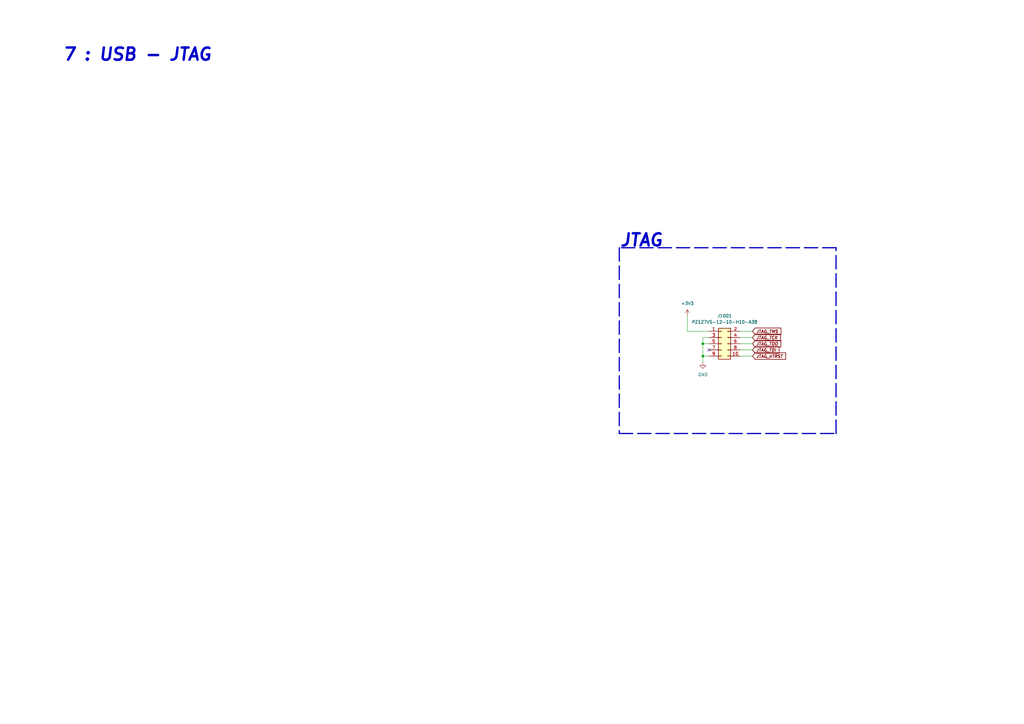
<source format=kicad_sch>
(kicad_sch (version 20211123) (generator eeschema)
  (paper "A3")
  (title_block (title "MIMXRT1064 Audio Board") (date "2023-06-06") (rev "0"))
  (lib_symbols
    (symbol "MY CONNECTOR LIBRARY:PZ127VS-12-10-H10-A38" (pin_names (offset 1.016) hide)
      (property "Reference" "J" (at 0 7.62 0))
      (property "Value" "PZ127VS-12-10-H10-A38" (at 0 -7.62 0))
      (symbol "PZ127VS-12-10-H10-A38_1_1"
        (rectangle (start -2.54 -4.953) (end -1.27 -5.207) (stroke (width 0.1524)))
        (rectangle (start -2.54 -2.413) (end -1.27 -2.667) (stroke (width 0.1524)))
        (rectangle (start -2.54 0.127) (end -1.27 -0.127) (stroke (width 0.1524)))
        (rectangle (start -2.54 2.667) (end -1.27 2.413) (stroke (width 0.1524)))
        (rectangle (start -2.54 5.207) (end -1.27 4.953) (stroke (width 0.1524)))
        (rectangle (start -2.54 6.35) (end 2.54 -6.35) (stroke (width 0.254)) (fill (type background)))
        (rectangle (start 2.54 -4.953) (end 1.27 -5.207) (stroke (width 0.1524)))
        (rectangle (start 2.54 -2.413) (end 1.27 -2.667) (stroke (width 0.1524)))
        (rectangle (start 2.54 0.127) (end 1.27 -0.127) (stroke (width 0.1524)))
        (rectangle (start 2.54 2.667) (end 1.27 2.413) (stroke (width 0.1524)))
        (rectangle (start 2.54 5.207) (end 1.27 4.953) (stroke (width 0.1524)))
        (pin passive line (at -6.35 5.08 0) (length 3.81) (name "Pin_1") (number "1"))
        (pin passive line (at 6.35 -5.08 180) (length 3.81) (name "Pin_10") (number "10"))
        (pin passive line (at 6.35 5.08 180) (length 3.81) (name "Pin_2") (number "2"))
        (pin passive line (at -6.35 2.54 0) (length 3.81) (name "Pin_3") (number "3"))
        (pin passive line (at 6.35 2.54 180) (length 3.81) (name "Pin_4") (number "4"))
        (pin passive line (at -6.35 0 0) (length 3.81) (name "Pin_5") (number "5"))
        (pin passive line (at 6.35 0 180) (length 3.81) (name "Pin_6") (number "6"))
        (pin passive line (at -6.35 -2.54 0) (length 3.81) (name "Pin_7") (number "7"))
        (pin passive line (at 6.35 -2.54 180) (length 3.81) (name "Pin_8") (number "8"))
        (pin passive line (at -6.35 -5.08 0) (length 3.81) (name "Pin_9") (number "9"))
      )
    )
    (symbol "power:+3V3" (power) (pin_names (offset 0))
      (property "Value" "+3V3" (at 0 3.556 0))
      (symbol "+3V3_0_1"
        (polyline (pts (xy -0.762 1.27) (xy 0 2.54)))
        (polyline (pts (xy 0 0) (xy 0 2.54)))
        (polyline (pts (xy 0 2.54) (xy 0.762 1.27)))
      )
      (symbol "+3V3_1_1"
        (pin power_in line (at 0 0 90) (length 0) hide (name "+3V3") (number "1"))
      )
    )
    (symbol "power:GND" (power) (pin_names (offset 0))
      (property "Value" "GND" (at 0 -3.81 0))
      (symbol "GND_0_1"
        (polyline (pts (xy 0 0) (xy 0 -1.27) (xy 1.27 -1.27) (xy 0 -2.54) (xy -1.27 -1.27) (xy 0 -1.27)))
      )
      (symbol "GND_1_1"
        (pin power_in line (at 0 0 270) (length 0) hide (name "GND") (number "1"))
      )
    )
  )
  (junction (at 288.29 140.97))
  (junction (at 288.29 146.05))
  (no_connect (at 290.83 143.51))
  (polyline (pts (xy 254 177.8) (xy 342.9 177.8)) (stroke (width 0.5)))
  (wire (pts (xy 281.94 135.89) (xy 290.83 135.89)))
  (wire (pts (xy 281.94 129.54) (xy 281.94 135.89)))
  (polyline (pts (xy 254 101.6) (xy 254 177.8)) (stroke (width 0.5)))
  (wire (pts (xy 303.53 146.05) (xy 308.61 146.05)))
  (wire (pts (xy 303.53 143.51) (xy 308.61 143.51)))
  (wire (pts (xy 288.29 140.97) (xy 288.29 146.05)))
  (wire (pts (xy 303.53 138.43) (xy 308.61 138.43)))
  (wire (pts (xy 290.83 138.43) (xy 288.29 138.43)))
  (wire (pts (xy 288.29 146.05) (xy 288.29 148.59)))
  (wire (pts (xy 288.29 138.43) (xy 288.29 140.97)))
  (polyline (pts (xy 342.9 101.6) (xy 254 101.6)) (stroke (width 0.5)))
  (wire (pts (xy 290.83 140.97) (xy 288.29 140.97)))
  (wire (pts (xy 303.53 135.89) (xy 308.61 135.89)))
  (wire (pts (xy 303.53 140.97) (xy 308.61 140.97)))
  (polyline (pts (xy 342.9 177.8) (xy 342.9 101.6)) (stroke (width 0.5)))
  (wire (pts (xy 288.29 146.05) (xy 290.83 146.05)))
  (text "7 : USB - JTAG" (at 25.4 25.4 0) (effects (font (size 5 5) bold italic) (justify left bottom)))
  (text "JTAG" (at 254 101.6 0) (effects (font (size 5 5) bold italic) (justify left bottom)))
  (global_label "JTAG_TCK" (shape input) (at 308.61 138.43 0) (effects (font bold italic)) (property "Intersheet References" "${INTERSHEET_REFS}" (effects hide)))
  (global_label "JTAG_nTRST" (shape input) (at 308.61 146.05 0) (effects (font bold italic)) (property "Intersheet References" "${INTERSHEET_REFS}" (effects hide)))
  (global_label "JTAG_TDO" (shape input) (at 308.61 140.97 0) (effects (font bold italic)) (property "Intersheet References" "${INTERSHEET_REFS}" (effects hide)))
  (global_label "JTAG_TMS" (shape input) (at 308.61 135.89 0) (effects (font bold italic)) (property "Intersheet References" "${INTERSHEET_REFS}" (effects hide)))
  (global_label "JTAG_TDI" (shape input) (at 308.61 143.51 0) (effects (font bold italic)) (property "Intersheet References" "${INTERSHEET_REFS}" (effects hide)))
  (symbol (lib_id "power:GND") (at 288.29 148.59 0) (unit 1)
    (property "Reference" "#PWR01002" (effects hide))
    (property "Value" "GND" (at 288.29 153.67 0))
  )
  (symbol (lib_id "MY CONNECTOR LIBRARY:PZ127VS-12-10-H10-A38") (at 297.18 140.97 0) (unit 1)
    (property "Reference" "J1001" (at 297.18 129.54 0))
    (property "Value" "PZ127VS-12-10-H10-A38" (at 297.18 132.08 0))
    (property "Footprint" "MY CONNECTOR LIBRARY:PZ127VS-12-10-H10-A38" (effects hide))
  )
  (symbol (lib_id "power:+3V3") (at 281.94 129.54 0) (unit 1)
    (property "Reference" "#PWR01001" (effects hide))
    (property "Value" "+3V3" (at 281.94 124.46 0))
  )
)
</source>
